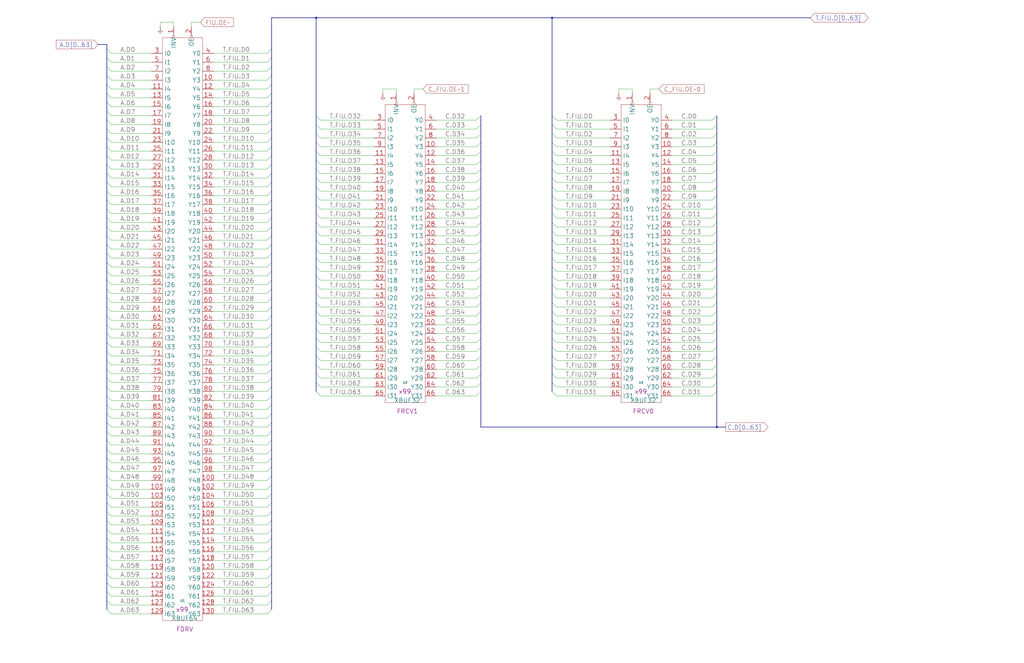
<source format=kicad_sch>
(kicad_sch (version 20230121) (generator eeschema)
  (paper "User" 584.2 378.46)
  (title_block (title "FIU DRIVER AND RECEIVER") (date "15-MAR-90") (rev "1.0") (comment 1 "TYPE") (comment 2 "232-003062") (comment 3 "S400") (comment 4 "RELEASED"))
  (junction (at 408.94 243.84))
  (junction (at 180.34 10.16))
  (junction (at 314.96 10.16))
  (bus_entry (at 274.32 116.84) (size -2.54 2.54))
  (bus_entry (at 180.34 142.24) (size 2.54 2.54))
  (bus_entry (at 154.94 180.34) (size -2.54 2.54))
  (bus_entry (at 408.94 208.28) (size -2.54 2.54))
  (bus_entry (at 60.96 302.26) (size 2.54 2.54))
  (bus_entry (at 314.96 76.2) (size 2.54 2.54))
  (bus_entry (at 154.94 109.22) (size -2.54 2.54))
  (bus_entry (at 180.34 127) (size 2.54 2.54))
  (bus_entry (at 60.96 200.66) (size 2.54 2.54))
  (bus_entry (at 314.96 223.52) (size 2.54 2.54))
  (bus_entry (at 274.32 76.2) (size -2.54 2.54))
  (bus_entry (at 408.94 162.56) (size -2.54 2.54))
  (bus_entry (at 180.34 223.52) (size 2.54 2.54))
  (bus_entry (at 154.94 347.98) (size -2.54 2.54))
  (bus_entry (at 274.32 198.12) (size -2.54 2.54))
  (bus_entry (at 314.96 187.96) (size 2.54 2.54))
  (bus_entry (at 180.34 96.52) (size 2.54 2.54))
  (bus_entry (at 408.94 187.96) (size -2.54 2.54))
  (bus_entry (at 60.96 312.42) (size 2.54 2.54))
  (bus_entry (at 154.94 27.94) (size -2.54 2.54))
  (bus_entry (at 408.94 111.76) (size -2.54 2.54))
  (bus_entry (at 60.96 129.54) (size 2.54 2.54))
  (bus_entry (at 180.34 121.92) (size 2.54 2.54))
  (bus_entry (at 274.32 111.76) (size -2.54 2.54))
  (bus_entry (at 154.94 332.74) (size -2.54 2.54))
  (bus_entry (at 60.96 261.62) (size 2.54 2.54))
  (bus_entry (at 314.96 147.32) (size 2.54 2.54))
  (bus_entry (at 314.96 91.44) (size 2.54 2.54))
  (bus_entry (at 180.34 71.12) (size 2.54 2.54))
  (bus_entry (at 154.94 281.94) (size -2.54 2.54))
  (bus_entry (at 408.94 218.44) (size -2.54 2.54))
  (bus_entry (at 154.94 48.26) (size -2.54 2.54))
  (bus_entry (at 60.96 53.34) (size 2.54 2.54))
  (bus_entry (at 60.96 195.58) (size 2.54 2.54))
  (bus_entry (at 314.96 101.6) (size 2.54 2.54))
  (bus_entry (at 314.96 208.28) (size 2.54 2.54))
  (bus_entry (at 154.94 160.02) (size -2.54 2.54))
  (bus_entry (at 154.94 205.74) (size -2.54 2.54))
  (bus_entry (at 154.94 33.02) (size -2.54 2.54))
  (bus_entry (at 154.94 302.26) (size -2.54 2.54))
  (bus_entry (at 274.32 213.36) (size -2.54 2.54))
  (bus_entry (at 180.34 116.84) (size 2.54 2.54))
  (bus_entry (at 408.94 182.88) (size -2.54 2.54))
  (bus_entry (at 408.94 81.28) (size -2.54 2.54))
  (bus_entry (at 274.32 208.28) (size -2.54 2.54))
  (bus_entry (at 154.94 73.66) (size -2.54 2.54))
  (bus_entry (at 60.96 266.7) (size 2.54 2.54))
  (bus_entry (at 314.96 203.2) (size 2.54 2.54))
  (bus_entry (at 154.94 83.82) (size -2.54 2.54))
  (bus_entry (at 314.96 106.68) (size 2.54 2.54))
  (bus_entry (at 408.94 106.68) (size -2.54 2.54))
  (bus_entry (at 60.96 119.38) (size 2.54 2.54))
  (bus_entry (at 314.96 71.12) (size 2.54 2.54))
  (bus_entry (at 60.96 317.5) (size 2.54 2.54))
  (bus_entry (at 154.94 114.3) (size -2.54 2.54))
  (bus_entry (at 154.94 129.54) (size -2.54 2.54))
  (bus_entry (at 154.94 251.46) (size -2.54 2.54))
  (bus_entry (at 60.96 114.3) (size 2.54 2.54))
  (bus_entry (at 60.96 58.42) (size 2.54 2.54))
  (bus_entry (at 274.32 147.32) (size -2.54 2.54))
  (bus_entry (at 60.96 38.1) (size 2.54 2.54))
  (bus_entry (at 60.96 27.94) (size 2.54 2.54))
  (bus_entry (at 180.34 162.56) (size 2.54 2.54))
  (bus_entry (at 180.34 76.2) (size 2.54 2.54))
  (bus_entry (at 180.34 86.36) (size 2.54 2.54))
  (bus_entry (at 154.94 134.62) (size -2.54 2.54))
  (bus_entry (at 274.32 86.36) (size -2.54 2.54))
  (bus_entry (at 180.34 208.28) (size 2.54 2.54))
  (bus_entry (at 154.94 220.98) (size -2.54 2.54))
  (bus_entry (at 154.94 154.94) (size -2.54 2.54))
  (bus_entry (at 60.96 68.58) (size 2.54 2.54))
  (bus_entry (at 154.94 165.1) (size -2.54 2.54))
  (bus_entry (at 274.32 172.72) (size -2.54 2.54))
  (bus_entry (at 154.94 231.14) (size -2.54 2.54))
  (bus_entry (at 154.94 342.9) (size -2.54 2.54))
  (bus_entry (at 154.94 200.66) (size -2.54 2.54))
  (bus_entry (at 408.94 71.12) (size -2.54 2.54))
  (bus_entry (at 180.34 91.44) (size 2.54 2.54))
  (bus_entry (at 154.94 63.5) (size -2.54 2.54))
  (bus_entry (at 314.96 142.24) (size 2.54 2.54))
  (bus_entry (at 154.94 276.86) (size -2.54 2.54))
  (bus_entry (at 274.32 157.48) (size -2.54 2.54))
  (bus_entry (at 274.32 223.52) (size -2.54 2.54))
  (bus_entry (at 60.96 332.74) (size 2.54 2.54))
  (bus_entry (at 154.94 190.5) (size -2.54 2.54))
  (bus_entry (at 60.96 78.74) (size 2.54 2.54))
  (bus_entry (at 274.32 106.68) (size -2.54 2.54))
  (bus_entry (at 60.96 175.26) (size 2.54 2.54))
  (bus_entry (at 274.32 167.64) (size -2.54 2.54))
  (bus_entry (at 60.96 347.98) (size 2.54 2.54))
  (bus_entry (at 154.94 88.9) (size -2.54 2.54))
  (bus_entry (at 314.96 86.36) (size 2.54 2.54))
  (bus_entry (at 274.32 91.44) (size -2.54 2.54))
  (bus_entry (at 60.96 276.86) (size 2.54 2.54))
  (bus_entry (at 408.94 152.4) (size -2.54 2.54))
  (bus_entry (at 180.34 218.44) (size 2.54 2.54))
  (bus_entry (at 60.96 287.02) (size 2.54 2.54))
  (bus_entry (at 60.96 271.78) (size 2.54 2.54))
  (bus_entry (at 60.96 241.3) (size 2.54 2.54))
  (bus_entry (at 60.96 170.18) (size 2.54 2.54))
  (bus_entry (at 60.96 190.5) (size 2.54 2.54))
  (bus_entry (at 154.94 38.1) (size -2.54 2.54))
  (bus_entry (at 154.94 149.86) (size -2.54 2.54))
  (bus_entry (at 408.94 127) (size -2.54 2.54))
  (bus_entry (at 60.96 88.9) (size 2.54 2.54))
  (bus_entry (at 314.96 81.28) (size 2.54 2.54))
  (bus_entry (at 274.32 121.92) (size -2.54 2.54))
  (bus_entry (at 180.34 147.32) (size 2.54 2.54))
  (bus_entry (at 60.96 246.38) (size 2.54 2.54))
  (bus_entry (at 60.96 63.5) (size 2.54 2.54))
  (bus_entry (at 408.94 76.2) (size -2.54 2.54))
  (bus_entry (at 154.94 246.38) (size -2.54 2.54))
  (bus_entry (at 154.94 271.78) (size -2.54 2.54))
  (bus_entry (at 274.32 101.6) (size -2.54 2.54))
  (bus_entry (at 314.96 218.44) (size 2.54 2.54))
  (bus_entry (at 60.96 93.98) (size 2.54 2.54))
  (bus_entry (at 154.94 139.7) (size -2.54 2.54))
  (bus_entry (at 314.96 162.56) (size 2.54 2.54))
  (bus_entry (at 408.94 177.8) (size -2.54 2.54))
  (bus_entry (at 60.96 322.58) (size 2.54 2.54))
  (bus_entry (at 180.34 193.04) (size 2.54 2.54))
  (bus_entry (at 154.94 322.58) (size -2.54 2.54))
  (bus_entry (at 408.94 86.36) (size -2.54 2.54))
  (bus_entry (at 180.34 198.12) (size 2.54 2.54))
  (bus_entry (at 408.94 91.44) (size -2.54 2.54))
  (bus_entry (at 154.94 104.14) (size -2.54 2.54))
  (bus_entry (at 60.96 231.14) (size 2.54 2.54))
  (bus_entry (at 408.94 137.16) (size -2.54 2.54))
  (bus_entry (at 274.32 187.96) (size -2.54 2.54))
  (bus_entry (at 60.96 43.18) (size 2.54 2.54))
  (bus_entry (at 60.96 73.66) (size 2.54 2.54))
  (bus_entry (at 60.96 144.78) (size 2.54 2.54))
  (bus_entry (at 60.96 104.14) (size 2.54 2.54))
  (bus_entry (at 154.94 287.02) (size -2.54 2.54))
  (bus_entry (at 154.94 236.22) (size -2.54 2.54))
  (bus_entry (at 180.34 132.08) (size 2.54 2.54))
  (bus_entry (at 274.32 152.4) (size -2.54 2.54))
  (bus_entry (at 314.96 152.4) (size 2.54 2.54))
  (bus_entry (at 180.34 213.36) (size 2.54 2.54))
  (bus_entry (at 154.94 93.98) (size -2.54 2.54))
  (bus_entry (at 314.96 137.16) (size 2.54 2.54))
  (bus_entry (at 154.94 170.18) (size -2.54 2.54))
  (bus_entry (at 154.94 266.7) (size -2.54 2.54))
  (bus_entry (at 314.96 96.52) (size 2.54 2.54))
  (bus_entry (at 60.96 215.9) (size 2.54 2.54))
  (bus_entry (at 60.96 33.02) (size 2.54 2.54))
  (bus_entry (at 274.32 218.44) (size -2.54 2.54))
  (bus_entry (at 408.94 172.72) (size -2.54 2.54))
  (bus_entry (at 408.94 116.84) (size -2.54 2.54))
  (bus_entry (at 274.32 81.28) (size -2.54 2.54))
  (bus_entry (at 154.94 195.58) (size -2.54 2.54))
  (bus_entry (at 154.94 292.1) (size -2.54 2.54))
  (bus_entry (at 314.96 182.88) (size 2.54 2.54))
  (bus_entry (at 60.96 297.18) (size 2.54 2.54))
  (bus_entry (at 60.96 124.46) (size 2.54 2.54))
  (bus_entry (at 408.94 167.64) (size -2.54 2.54))
  (bus_entry (at 60.96 342.9) (size 2.54 2.54))
  (bus_entry (at 314.96 157.48) (size 2.54 2.54))
  (bus_entry (at 180.34 111.76) (size 2.54 2.54))
  (bus_entry (at 180.34 157.48) (size 2.54 2.54))
  (bus_entry (at 154.94 327.66) (size -2.54 2.54))
  (bus_entry (at 60.96 226.06) (size 2.54 2.54))
  (bus_entry (at 154.94 256.54) (size -2.54 2.54))
  (bus_entry (at 154.94 68.58) (size -2.54 2.54))
  (bus_entry (at 274.32 132.08) (size -2.54 2.54))
  (bus_entry (at 408.94 96.52) (size -2.54 2.54))
  (bus_entry (at 314.96 193.04) (size 2.54 2.54))
  (bus_entry (at 180.34 182.88) (size 2.54 2.54))
  (bus_entry (at 60.96 109.22) (size 2.54 2.54))
  (bus_entry (at 274.32 162.56) (size -2.54 2.54))
  (bus_entry (at 154.94 261.62) (size -2.54 2.54))
  (bus_entry (at 154.94 185.42) (size -2.54 2.54))
  (bus_entry (at 408.94 213.36) (size -2.54 2.54))
  (bus_entry (at 60.96 327.66) (size 2.54 2.54))
  (bus_entry (at 408.94 66.04) (size -2.54 2.54))
  (bus_entry (at 314.96 66.04) (size 2.54 2.54))
  (bus_entry (at 60.96 220.98) (size 2.54 2.54))
  (bus_entry (at 60.96 134.62) (size 2.54 2.54))
  (bus_entry (at 274.32 137.16) (size -2.54 2.54))
  (bus_entry (at 408.94 101.6) (size -2.54 2.54))
  (bus_entry (at 154.94 307.34) (size -2.54 2.54))
  (bus_entry (at 60.96 165.1) (size 2.54 2.54))
  (bus_entry (at 60.96 307.34) (size 2.54 2.54))
  (bus_entry (at 408.94 193.04) (size -2.54 2.54))
  (bus_entry (at 180.34 81.28) (size 2.54 2.54))
  (bus_entry (at 274.32 177.8) (size -2.54 2.54))
  (bus_entry (at 180.34 106.68) (size 2.54 2.54))
  (bus_entry (at 60.96 180.34) (size 2.54 2.54))
  (bus_entry (at 154.94 78.74) (size -2.54 2.54))
  (bus_entry (at 274.32 203.2) (size -2.54 2.54))
  (bus_entry (at 154.94 241.3) (size -2.54 2.54))
  (bus_entry (at 60.96 139.7) (size 2.54 2.54))
  (bus_entry (at 408.94 132.08) (size -2.54 2.54))
  (bus_entry (at 408.94 157.48) (size -2.54 2.54))
  (bus_entry (at 60.96 210.82) (size 2.54 2.54))
  (bus_entry (at 408.94 142.24) (size -2.54 2.54))
  (bus_entry (at 408.94 121.92) (size -2.54 2.54))
  (bus_entry (at 180.34 167.64) (size 2.54 2.54))
  (bus_entry (at 180.34 203.2) (size 2.54 2.54))
  (bus_entry (at 314.96 177.8) (size 2.54 2.54))
  (bus_entry (at 274.32 182.88) (size -2.54 2.54))
  (bus_entry (at 154.94 119.38) (size -2.54 2.54))
  (bus_entry (at 154.94 124.46) (size -2.54 2.54))
  (bus_entry (at 154.94 312.42) (size -2.54 2.54))
  (bus_entry (at 274.32 127) (size -2.54 2.54))
  (bus_entry (at 314.96 213.36) (size 2.54 2.54))
  (bus_entry (at 274.32 193.04) (size -2.54 2.54))
  (bus_entry (at 274.32 66.04) (size -2.54 2.54))
  (bus_entry (at 154.94 175.26) (size -2.54 2.54))
  (bus_entry (at 60.96 48.26) (size 2.54 2.54))
  (bus_entry (at 408.94 198.12) (size -2.54 2.54))
  (bus_entry (at 180.34 66.04) (size 2.54 2.54))
  (bus_entry (at 60.96 154.94) (size 2.54 2.54))
  (bus_entry (at 154.94 210.82) (size -2.54 2.54))
  (bus_entry (at 154.94 297.18) (size -2.54 2.54))
  (bus_entry (at 154.94 337.82) (size -2.54 2.54))
  (bus_entry (at 60.96 251.46) (size 2.54 2.54))
  (bus_entry (at 154.94 226.06) (size -2.54 2.54))
  (bus_entry (at 154.94 215.9) (size -2.54 2.54))
  (bus_entry (at 60.96 160.02) (size 2.54 2.54))
  (bus_entry (at 154.94 99.06) (size -2.54 2.54))
  (bus_entry (at 180.34 152.4) (size 2.54 2.54))
  (bus_entry (at 408.94 203.2) (size -2.54 2.54))
  (bus_entry (at 60.96 292.1) (size 2.54 2.54))
  (bus_entry (at 314.96 132.08) (size 2.54 2.54))
  (bus_entry (at 314.96 167.64) (size 2.54 2.54))
  (bus_entry (at 314.96 198.12) (size 2.54 2.54))
  (bus_entry (at 154.94 144.78) (size -2.54 2.54))
  (bus_entry (at 60.96 236.22) (size 2.54 2.54))
  (bus_entry (at 180.34 137.16) (size 2.54 2.54))
  (bus_entry (at 60.96 281.94) (size 2.54 2.54))
  (bus_entry (at 60.96 185.42) (size 2.54 2.54))
  (bus_entry (at 154.94 58.42) (size -2.54 2.54))
  (bus_entry (at 408.94 147.32) (size -2.54 2.54))
  (bus_entry (at 314.96 172.72) (size 2.54 2.54))
  (bus_entry (at 180.34 187.96) (size 2.54 2.54))
  (bus_entry (at 154.94 43.18) (size -2.54 2.54))
  (bus_entry (at 180.34 177.8) (size 2.54 2.54))
  (bus_entry (at 60.96 205.74) (size 2.54 2.54))
  (bus_entry (at 60.96 149.86) (size 2.54 2.54))
  (bus_entry (at 274.32 96.52) (size -2.54 2.54))
  (bus_entry (at 60.96 256.54) (size 2.54 2.54))
  (bus_entry (at 154.94 317.5) (size -2.54 2.54))
  (bus_entry (at 408.94 223.52) (size -2.54 2.54))
  (bus_entry (at 314.96 121.92) (size 2.54 2.54))
  (bus_entry (at 180.34 172.72) (size 2.54 2.54))
  (bus_entry (at 60.96 83.82) (size 2.54 2.54))
  (bus_entry (at 60.96 99.06) (size 2.54 2.54))
  (bus_entry (at 274.32 142.24) (size -2.54 2.54))
  (bus_entry (at 314.96 127) (size 2.54 2.54))
  (bus_entry (at 154.94 53.34) (size -2.54 2.54))
  (bus_entry (at 180.34 101.6) (size 2.54 2.54))
  (bus_entry (at 60.96 337.82) (size 2.54 2.54))
  (bus_entry (at 314.96 111.76) (size 2.54 2.54))
  (bus_entry (at 274.32 71.12) (size -2.54 2.54))
  (bus_entry (at 314.96 116.84) (size 2.54 2.54))
  (wire (pts (xy 152.4 193.04) (xy 121.92 193.04)))
  (wire (pts (xy 248.92 83.82) (xy 271.78 83.82)))
  (wire (pts (xy 226.06 50.8) (xy 226.06 53.34)))
  (wire (pts (xy 152.4 309.88) (xy 121.92 309.88)))
  (bus (pts (xy 314.96 142.24) (xy 314.96 147.32)))
  (bus (pts (xy 60.96 88.9) (xy 60.96 93.98)))
  (wire (pts (xy 317.5 88.9) (xy 347.98 88.9)))
  (bus (pts (xy 60.96 322.58) (xy 60.96 327.66)))
  (wire (pts (xy 86.36 81.28) (xy 63.5 81.28)))
  (bus (pts (xy 154.94 327.66) (xy 154.94 332.74)))
  (wire (pts (xy 383.54 154.94) (xy 406.4 154.94)))
  (wire (pts (xy 248.92 68.58) (xy 271.78 68.58)))
  (wire (pts (xy 383.54 175.26) (xy 406.4 175.26)))
  (bus (pts (xy 408.94 96.52) (xy 408.94 101.6)))
  (wire (pts (xy 152.4 81.28) (xy 121.92 81.28)))
  (wire (pts (xy 99.06 12.7) (xy 99.06 15.24)))
  (bus (pts (xy 180.34 218.44) (xy 180.34 223.52)))
  (wire (pts (xy 86.36 269.24) (xy 63.5 269.24)))
  (bus (pts (xy 60.96 302.26) (xy 60.96 307.34)))
  (wire (pts (xy 152.4 116.84) (xy 121.92 116.84)))
  (bus (pts (xy 154.94 104.14) (xy 154.94 109.22)))
  (wire (pts (xy 248.92 170.18) (xy 271.78 170.18)))
  (bus (pts (xy 180.34 91.44) (xy 180.34 96.52)))
  (wire (pts (xy 182.88 93.98) (xy 213.36 93.98)))
  (bus (pts (xy 154.94 63.5) (xy 154.94 68.58)))
  (wire (pts (xy 86.36 314.96) (xy 63.5 314.96)))
  (bus (pts (xy 60.96 276.86) (xy 60.96 281.94)))
  (wire (pts (xy 86.36 177.8) (xy 63.5 177.8)))
  (wire (pts (xy 152.4 269.24) (xy 121.92 269.24)))
  (bus (pts (xy 60.96 63.5) (xy 60.96 68.58)))
  (wire (pts (xy 383.54 195.58) (xy 406.4 195.58)))
  (bus (pts (xy 60.96 226.06) (xy 60.96 231.14)))
  (bus (pts (xy 180.34 81.28) (xy 180.34 86.36)))
  (bus (pts (xy 180.34 172.72) (xy 180.34 177.8)))
  (bus (pts (xy 408.94 172.72) (xy 408.94 177.8)))
  (bus (pts (xy 60.96 25.4) (xy 60.96 27.94)))
  (bus (pts (xy 274.32 193.04) (xy 274.32 198.12)))
  (bus (pts (xy 180.34 208.28) (xy 180.34 213.36)))
  (wire (pts (xy 317.5 205.74) (xy 347.98 205.74)))
  (bus (pts (xy 314.96 86.36) (xy 314.96 91.44)))
  (wire (pts (xy 86.36 264.16) (xy 63.5 264.16)))
  (wire (pts (xy 86.36 320.04) (xy 63.5 320.04)))
  (bus (pts (xy 274.32 96.52) (xy 274.32 101.6)))
  (wire (pts (xy 86.36 60.96) (xy 63.5 60.96)))
  (wire (pts (xy 248.92 129.54) (xy 271.78 129.54)))
  (wire (pts (xy 182.88 180.34) (xy 213.36 180.34)))
  (bus (pts (xy 180.34 182.88) (xy 180.34 187.96)))
  (bus (pts (xy 154.94 160.02) (xy 154.94 165.1)))
  (bus (pts (xy 408.94 223.52) (xy 408.94 243.84)))
  (bus (pts (xy 314.96 81.28) (xy 314.96 86.36)))
  (bus (pts (xy 180.34 162.56) (xy 180.34 167.64)))
  (wire (pts (xy 182.88 210.82) (xy 213.36 210.82)))
  (bus (pts (xy 180.34 167.64) (xy 180.34 172.72)))
  (wire (pts (xy 317.5 160.02) (xy 347.98 160.02)))
  (wire (pts (xy 152.4 330.2) (xy 121.92 330.2)))
  (wire (pts (xy 152.4 127) (xy 121.92 127)))
  (bus (pts (xy 60.96 114.3) (xy 60.96 119.38)))
  (bus (pts (xy 60.96 231.14) (xy 60.96 236.22)))
  (wire (pts (xy 317.5 119.38) (xy 347.98 119.38)))
  (bus (pts (xy 408.94 167.64) (xy 408.94 172.72)))
  (wire (pts (xy 182.88 215.9) (xy 213.36 215.9)))
  (wire (pts (xy 383.54 78.74) (xy 406.4 78.74)))
  (bus (pts (xy 154.94 114.3) (xy 154.94 119.38)))
  (bus (pts (xy 314.96 132.08) (xy 314.96 137.16)))
  (bus (pts (xy 274.32 152.4) (xy 274.32 157.48)))
  (wire (pts (xy 317.5 73.66) (xy 347.98 73.66)))
  (wire (pts (xy 182.88 175.26) (xy 213.36 175.26)))
  (wire (pts (xy 317.5 124.46) (xy 347.98 124.46)))
  (wire (pts (xy 383.54 190.5) (xy 406.4 190.5)))
  (wire (pts (xy 152.4 254) (xy 121.92 254)))
  (bus (pts (xy 154.94 10.16) (xy 180.34 10.16)))
  (bus (pts (xy 274.32 162.56) (xy 274.32 167.64)))
  (wire (pts (xy 317.5 83.82) (xy 347.98 83.82)))
  (wire (pts (xy 383.54 170.18) (xy 406.4 170.18)))
  (bus (pts (xy 60.96 170.18) (xy 60.96 175.26)))
  (wire (pts (xy 152.4 284.48) (xy 121.92 284.48)))
  (wire (pts (xy 152.4 345.44) (xy 121.92 345.44)))
  (bus (pts (xy 180.34 66.04) (xy 180.34 71.12)))
  (bus (pts (xy 274.32 71.12) (xy 274.32 76.2)))
  (wire (pts (xy 86.36 279.4) (xy 63.5 279.4)))
  (wire (pts (xy 248.92 73.66) (xy 271.78 73.66)))
  (bus (pts (xy 274.32 172.72) (xy 274.32 177.8)))
  (wire (pts (xy 152.4 259.08) (xy 121.92 259.08)))
  (wire (pts (xy 86.36 111.76) (xy 63.5 111.76)))
  (bus (pts (xy 60.96 297.18) (xy 60.96 302.26)))
  (wire (pts (xy 182.88 68.58) (xy 213.36 68.58)))
  (bus (pts (xy 154.94 220.98) (xy 154.94 226.06)))
  (wire (pts (xy 152.4 264.16) (xy 121.92 264.16)))
  (bus (pts (xy 180.34 137.16) (xy 180.34 142.24)))
  (bus (pts (xy 274.32 76.2) (xy 274.32 81.28)))
  (wire (pts (xy 383.54 109.22) (xy 406.4 109.22)))
  (wire (pts (xy 152.4 208.28) (xy 121.92 208.28)))
  (wire (pts (xy 152.4 50.8) (xy 121.92 50.8)))
  (bus (pts (xy 274.32 167.64) (xy 274.32 172.72)))
  (wire (pts (xy 317.5 104.14) (xy 347.98 104.14)))
  (wire (pts (xy 86.36 86.36) (xy 63.5 86.36)))
  (bus (pts (xy 314.96 218.44) (xy 314.96 223.52)))
  (wire (pts (xy 383.54 210.82) (xy 406.4 210.82)))
  (wire (pts (xy 248.92 88.9) (xy 271.78 88.9)))
  (bus (pts (xy 60.96 27.94) (xy 60.96 33.02)))
  (wire (pts (xy 86.36 182.88) (xy 63.5 182.88)))
  (bus (pts (xy 408.94 137.16) (xy 408.94 142.24)))
  (wire (pts (xy 86.36 101.6) (xy 63.5 101.6)))
  (wire (pts (xy 86.36 299.72) (xy 63.5 299.72)))
  (wire (pts (xy 383.54 144.78) (xy 406.4 144.78)))
  (wire (pts (xy 317.5 190.5) (xy 347.98 190.5)))
  (bus (pts (xy 274.32 182.88) (xy 274.32 187.96)))
  (bus (pts (xy 154.94 241.3) (xy 154.94 246.38)))
  (wire (pts (xy 86.36 213.36) (xy 63.5 213.36)))
  (bus (pts (xy 274.32 187.96) (xy 274.32 193.04)))
  (bus (pts (xy 154.94 53.34) (xy 154.94 58.42)))
  (bus (pts (xy 408.94 132.08) (xy 408.94 137.16)))
  (wire (pts (xy 353.06 53.34) (xy 353.06 50.8)))
  (wire (pts (xy 182.88 160.02) (xy 213.36 160.02)))
  (wire (pts (xy 383.54 205.74) (xy 406.4 205.74)))
  (wire (pts (xy 91.44 15.24) (xy 91.44 12.7)))
  (wire (pts (xy 218.44 53.34) (xy 218.44 50.8)))
  (wire (pts (xy 317.5 180.34) (xy 347.98 180.34)))
  (bus (pts (xy 274.32 121.92) (xy 274.32 127)))
  (bus (pts (xy 60.96 251.46) (xy 60.96 256.54)))
  (wire (pts (xy 317.5 68.58) (xy 347.98 68.58)))
  (bus (pts (xy 180.34 177.8) (xy 180.34 182.88)))
  (bus (pts (xy 180.34 198.12) (xy 180.34 203.2)))
  (bus (pts (xy 154.94 109.22) (xy 154.94 114.3)))
  (wire (pts (xy 86.36 76.2) (xy 63.5 76.2)))
  (bus (pts (xy 154.94 48.26) (xy 154.94 53.34)))
  (bus (pts (xy 408.94 127) (xy 408.94 132.08)))
  (bus (pts (xy 60.96 165.1) (xy 60.96 170.18)))
  (bus (pts (xy 60.96 256.54) (xy 60.96 261.62)))
  (wire (pts (xy 152.4 320.04) (xy 121.92 320.04)))
  (wire (pts (xy 86.36 203.2) (xy 63.5 203.2)))
  (bus (pts (xy 180.34 10.16) (xy 180.34 66.04)))
  (bus (pts (xy 60.96 281.94) (xy 60.96 287.02)))
  (wire (pts (xy 152.4 299.72) (xy 121.92 299.72)))
  (wire (pts (xy 383.54 165.1) (xy 406.4 165.1)))
  (wire (pts (xy 86.36 96.52) (xy 63.5 96.52)))
  (bus (pts (xy 60.96 215.9) (xy 60.96 220.98)))
  (bus (pts (xy 60.96 337.82) (xy 60.96 342.9)))
  (wire (pts (xy 91.44 12.7) (xy 99.06 12.7)))
  (bus (pts (xy 60.96 83.82) (xy 60.96 88.9)))
  (bus (pts (xy 60.96 134.62) (xy 60.96 139.7)))
  (wire (pts (xy 152.4 340.36) (xy 121.92 340.36)))
  (wire (pts (xy 383.54 73.66) (xy 406.4 73.66)))
  (wire (pts (xy 152.4 121.92) (xy 121.92 121.92)))
  (wire (pts (xy 86.36 167.64) (xy 63.5 167.64)))
  (wire (pts (xy 248.92 175.26) (xy 271.78 175.26)))
  (bus (pts (xy 274.32 177.8) (xy 274.32 182.88)))
  (bus (pts (xy 274.32 147.32) (xy 274.32 152.4)))
  (wire (pts (xy 152.4 203.2) (xy 121.92 203.2)))
  (bus (pts (xy 154.94 251.46) (xy 154.94 256.54)))
  (wire (pts (xy 248.92 93.98) (xy 271.78 93.98)))
  (bus (pts (xy 154.94 195.58) (xy 154.94 200.66)))
  (bus (pts (xy 180.34 96.52) (xy 180.34 101.6)))
  (wire (pts (xy 152.4 248.92) (xy 121.92 248.92)))
  (bus (pts (xy 314.96 182.88) (xy 314.96 187.96)))
  (bus (pts (xy 314.96 106.68) (xy 314.96 111.76)))
  (bus (pts (xy 154.94 99.06) (xy 154.94 104.14)))
  (bus (pts (xy 60.96 99.06) (xy 60.96 104.14)))
  (wire (pts (xy 152.4 147.32) (xy 121.92 147.32)))
  (wire (pts (xy 248.92 99.06) (xy 271.78 99.06)))
  (wire (pts (xy 86.36 152.4) (xy 63.5 152.4)))
  (wire (pts (xy 248.92 124.46) (xy 271.78 124.46)))
  (wire (pts (xy 383.54 83.82) (xy 406.4 83.82)))
  (bus (pts (xy 408.94 121.92) (xy 408.94 127)))
  (wire (pts (xy 86.36 55.88) (xy 63.5 55.88)))
  (wire (pts (xy 317.5 109.22) (xy 347.98 109.22)))
  (bus (pts (xy 408.94 86.36) (xy 408.94 91.44)))
  (bus (pts (xy 180.34 193.04) (xy 180.34 198.12)))
  (bus (pts (xy 314.96 147.32) (xy 314.96 152.4)))
  (bus (pts (xy 60.96 48.26) (xy 60.96 53.34)))
  (bus (pts (xy 154.94 261.62) (xy 154.94 266.7)))
  (wire (pts (xy 152.4 294.64) (xy 121.92 294.64)))
  (bus (pts (xy 60.96 266.7) (xy 60.96 271.78)))
  (bus (pts (xy 180.34 147.32) (xy 180.34 152.4)))
  (wire (pts (xy 383.54 124.46) (xy 406.4 124.46)))
  (bus (pts (xy 60.96 144.78) (xy 60.96 149.86)))
  (bus (pts (xy 60.96 78.74) (xy 60.96 83.82)))
  (wire (pts (xy 317.5 78.74) (xy 347.98 78.74)))
  (wire (pts (xy 248.92 144.78) (xy 271.78 144.78)))
  (wire (pts (xy 248.92 226.06) (xy 271.78 226.06)))
  (bus (pts (xy 60.96 53.34) (xy 60.96 58.42)))
  (bus (pts (xy 314.96 213.36) (xy 314.96 218.44)))
  (bus (pts (xy 408.94 162.56) (xy 408.94 167.64)))
  (bus (pts (xy 154.94 332.74) (xy 154.94 337.82)))
  (wire (pts (xy 383.54 134.62) (xy 406.4 134.62)))
  (bus (pts (xy 274.32 132.08) (xy 274.32 137.16)))
  (wire (pts (xy 317.5 175.26) (xy 347.98 175.26)))
  (bus (pts (xy 154.94 205.74) (xy 154.94 210.82)))
  (wire (pts (xy 86.36 106.68) (xy 63.5 106.68)))
  (bus (pts (xy 60.96 200.66) (xy 60.96 205.74)))
  (bus (pts (xy 314.96 121.92) (xy 314.96 127)))
  (wire (pts (xy 86.36 71.12) (xy 63.5 71.12)))
  (bus (pts (xy 154.94 322.58) (xy 154.94 327.66)))
  (wire (pts (xy 152.4 350.52) (xy 121.92 350.52)))
  (bus (pts (xy 180.34 121.92) (xy 180.34 127)))
  (wire (pts (xy 182.88 114.3) (xy 213.36 114.3)))
  (wire (pts (xy 317.5 149.86) (xy 347.98 149.86)))
  (bus (pts (xy 60.96 190.5) (xy 60.96 195.58)))
  (wire (pts (xy 182.88 165.1) (xy 213.36 165.1)))
  (bus (pts (xy 60.96 73.66) (xy 60.96 78.74)))
  (bus (pts (xy 314.96 71.12) (xy 314.96 76.2)))
  (wire (pts (xy 248.92 139.7) (xy 271.78 139.7)))
  (wire (pts (xy 317.5 185.42) (xy 347.98 185.42)))
  (wire (pts (xy 86.36 335.28) (xy 63.5 335.28)))
  (wire (pts (xy 152.4 304.8) (xy 121.92 304.8)))
  (bus (pts (xy 60.96 154.94) (xy 60.96 160.02)))
  (wire (pts (xy 248.92 210.82) (xy 271.78 210.82)))
  (bus (pts (xy 154.94 27.94) (xy 154.94 33.02)))
  (bus (pts (xy 154.94 78.74) (xy 154.94 83.82)))
  (wire (pts (xy 248.92 195.58) (xy 271.78 195.58)))
  (wire (pts (xy 248.92 134.62) (xy 271.78 134.62)))
  (bus (pts (xy 180.34 86.36) (xy 180.34 91.44)))
  (wire (pts (xy 152.4 243.84) (xy 121.92 243.84)))
  (bus (pts (xy 154.94 68.58) (xy 154.94 73.66)))
  (wire (pts (xy 248.92 220.98) (xy 271.78 220.98)))
  (wire (pts (xy 317.5 215.9) (xy 347.98 215.9)))
  (bus (pts (xy 408.94 147.32) (xy 408.94 152.4)))
  (bus (pts (xy 180.34 152.4) (xy 180.34 157.48)))
  (bus (pts (xy 314.96 10.16) (xy 314.96 66.04)))
  (bus (pts (xy 314.96 157.48) (xy 314.96 162.56)))
  (wire (pts (xy 86.36 40.64) (xy 63.5 40.64)))
  (bus (pts (xy 60.96 119.38) (xy 60.96 124.46)))
  (bus (pts (xy 60.96 58.42) (xy 60.96 63.5)))
  (wire (pts (xy 152.4 132.08) (xy 121.92 132.08)))
  (bus (pts (xy 154.94 180.34) (xy 154.94 185.42)))
  (bus (pts (xy 60.96 271.78) (xy 60.96 276.86)))
  (bus (pts (xy 154.94 266.7) (xy 154.94 271.78)))
  (bus (pts (xy 154.94 302.26) (xy 154.94 307.34)))
  (wire (pts (xy 152.4 218.44) (xy 121.92 218.44)))
  (wire (pts (xy 86.36 50.8) (xy 63.5 50.8)))
  (wire (pts (xy 182.88 73.66) (xy 213.36 73.66)))
  (wire (pts (xy 86.36 30.48) (xy 63.5 30.48)))
  (bus (pts (xy 154.94 124.46) (xy 154.94 129.54)))
  (wire (pts (xy 182.88 139.7) (xy 213.36 139.7)))
  (wire (pts (xy 182.88 129.54) (xy 213.36 129.54)))
  (bus (pts (xy 408.94 116.84) (xy 408.94 121.92)))
  (bus (pts (xy 60.96 261.62) (xy 60.96 266.7)))
  (wire (pts (xy 248.92 119.38) (xy 271.78 119.38)))
  (bus (pts (xy 60.96 195.58) (xy 60.96 200.66)))
  (wire (pts (xy 383.54 220.98) (xy 406.4 220.98)))
  (bus (pts (xy 274.32 142.24) (xy 274.32 147.32)))
  (bus (pts (xy 60.96 307.34) (xy 60.96 312.42)))
  (wire (pts (xy 86.36 294.64) (xy 63.5 294.64)))
  (bus (pts (xy 274.32 106.68) (xy 274.32 111.76)))
  (bus (pts (xy 154.94 154.94) (xy 154.94 160.02)))
  (bus (pts (xy 408.94 193.04) (xy 408.94 198.12)))
  (wire (pts (xy 86.36 172.72) (xy 63.5 172.72)))
  (bus (pts (xy 314.96 177.8) (xy 314.96 182.88)))
  (bus (pts (xy 180.34 106.68) (xy 180.34 111.76)))
  (bus (pts (xy 154.94 256.54) (xy 154.94 261.62)))
  (bus (pts (xy 180.34 187.96) (xy 180.34 193.04)))
  (wire (pts (xy 86.36 259.08) (xy 63.5 259.08)))
  (wire (pts (xy 86.36 91.44) (xy 63.5 91.44)))
  (wire (pts (xy 152.4 167.64) (xy 121.92 167.64)))
  (bus (pts (xy 154.94 231.14) (xy 154.94 236.22)))
  (bus (pts (xy 154.94 170.18) (xy 154.94 175.26)))
  (wire (pts (xy 248.92 215.9) (xy 271.78 215.9)))
  (wire (pts (xy 86.36 325.12) (xy 63.5 325.12)))
  (bus (pts (xy 408.94 81.28) (xy 408.94 86.36)))
  (wire (pts (xy 152.4 187.96) (xy 121.92 187.96)))
  (bus (pts (xy 154.94 165.1) (xy 154.94 170.18)))
  (bus (pts (xy 60.96 104.14) (xy 60.96 109.22)))
  (bus (pts (xy 180.34 132.08) (xy 180.34 137.16)))
  (bus (pts (xy 314.96 116.84) (xy 314.96 121.92)))
  (bus (pts (xy 180.34 157.48) (xy 180.34 162.56)))
  (bus (pts (xy 274.32 86.36) (xy 274.32 91.44)))
  (wire (pts (xy 182.88 144.78) (xy 213.36 144.78)))
  (wire (pts (xy 86.36 147.32) (xy 63.5 147.32)))
  (wire (pts (xy 109.22 12.7) (xy 109.22 15.24)))
  (bus (pts (xy 408.94 213.36) (xy 408.94 218.44)))
  (wire (pts (xy 86.36 162.56) (xy 63.5 162.56)))
  (bus (pts (xy 274.32 208.28) (xy 274.32 213.36)))
  (bus (pts (xy 154.94 281.94) (xy 154.94 287.02)))
  (bus (pts (xy 180.34 10.16) (xy 314.96 10.16)))
  (bus (pts (xy 60.96 327.66) (xy 60.96 332.74)))
  (bus (pts (xy 154.94 236.22) (xy 154.94 241.3)))
  (bus (pts (xy 60.96 109.22) (xy 60.96 114.3)))
  (bus (pts (xy 180.34 203.2) (xy 180.34 208.28)))
  (wire (pts (xy 317.5 210.82) (xy 347.98 210.82)))
  (wire (pts (xy 241.3 50.8) (xy 236.22 50.8)))
  (bus (pts (xy 180.34 101.6) (xy 180.34 106.68)))
  (bus (pts (xy 154.94 119.38) (xy 154.94 124.46)))
  (bus (pts (xy 154.94 317.5) (xy 154.94 322.58)))
  (bus (pts (xy 154.94 307.34) (xy 154.94 312.42)))
  (wire (pts (xy 182.88 124.46) (xy 213.36 124.46)))
  (wire (pts (xy 383.54 185.42) (xy 406.4 185.42)))
  (bus (pts (xy 314.96 76.2) (xy 314.96 81.28)))
  (bus (pts (xy 154.94 210.82) (xy 154.94 215.9)))
  (wire (pts (xy 86.36 127) (xy 63.5 127)))
  (bus (pts (xy 60.96 292.1) (xy 60.96 297.18)))
  (wire (pts (xy 317.5 99.06) (xy 347.98 99.06)))
  (bus (pts (xy 274.32 116.84) (xy 274.32 121.92)))
  (bus (pts (xy 60.96 175.26) (xy 60.96 180.34)))
  (bus (pts (xy 314.96 66.04) (xy 314.96 71.12)))
  (wire (pts (xy 317.5 144.78) (xy 347.98 144.78)))
  (wire (pts (xy 383.54 226.06) (xy 406.4 226.06)))
  (bus (pts (xy 154.94 190.5) (xy 154.94 195.58)))
  (wire (pts (xy 182.88 195.58) (xy 213.36 195.58)))
  (wire (pts (xy 86.36 218.44) (xy 63.5 218.44)))
  (wire (pts (xy 152.4 35.56) (xy 121.92 35.56)))
  (bus (pts (xy 154.94 312.42) (xy 154.94 317.5)))
  (wire (pts (xy 152.4 40.64) (xy 121.92 40.64)))
  (wire (pts (xy 182.88 104.14) (xy 213.36 104.14)))
  (wire (pts (xy 152.4 274.32) (xy 121.92 274.32)))
  (wire (pts (xy 86.36 66.04) (xy 63.5 66.04)))
  (wire (pts (xy 152.4 55.88) (xy 121.92 55.88)))
  (wire (pts (xy 317.5 165.1) (xy 347.98 165.1)))
  (wire (pts (xy 383.54 104.14) (xy 406.4 104.14)))
  (wire (pts (xy 152.4 228.6) (xy 121.92 228.6)))
  (wire (pts (xy 86.36 238.76) (xy 63.5 238.76)))
  (bus (pts (xy 314.96 96.52) (xy 314.96 101.6)))
  (bus (pts (xy 408.94 76.2) (xy 408.94 81.28)))
  (wire (pts (xy 86.36 157.48) (xy 63.5 157.48)))
  (wire (pts (xy 152.4 45.72) (xy 121.92 45.72)))
  (bus (pts (xy 314.96 137.16) (xy 314.96 142.24)))
  (bus (pts (xy 180.34 127) (xy 180.34 132.08)))
  (bus (pts (xy 60.96 220.98) (xy 60.96 226.06)))
  (wire (pts (xy 182.88 170.18) (xy 213.36 170.18)))
  (wire (pts (xy 86.36 248.92) (xy 63.5 248.92)))
  (wire (pts (xy 383.54 99.06) (xy 406.4 99.06)))
  (bus (pts (xy 154.94 38.1) (xy 154.94 43.18)))
  (bus (pts (xy 314.96 193.04) (xy 314.96 198.12)))
  (bus (pts (xy 408.94 203.2) (xy 408.94 208.28)))
  (wire (pts (xy 383.54 180.34) (xy 406.4 180.34)))
  (wire (pts (xy 86.36 45.72) (xy 63.5 45.72)))
  (wire (pts (xy 248.92 160.02) (xy 271.78 160.02)))
  (bus (pts (xy 154.94 337.82) (xy 154.94 342.9)))
  (bus (pts (xy 60.96 93.98) (xy 60.96 99.06)))
  (wire (pts (xy 152.4 198.12) (xy 121.92 198.12)))
  (wire (pts (xy 248.92 154.94) (xy 271.78 154.94)))
  (bus (pts (xy 60.96 139.7) (xy 60.96 144.78)))
  (bus (pts (xy 154.94 129.54) (xy 154.94 134.62)))
  (wire (pts (xy 182.88 109.22) (xy 213.36 109.22)))
  (wire (pts (xy 383.54 129.54) (xy 406.4 129.54)))
  (bus (pts (xy 274.32 81.28) (xy 274.32 86.36)))
  (wire (pts (xy 152.4 238.76) (xy 121.92 238.76)))
  (wire (pts (xy 248.92 205.74) (xy 271.78 205.74)))
  (wire (pts (xy 152.4 106.68) (xy 121.92 106.68)))
  (wire (pts (xy 114.3 12.7) (xy 109.22 12.7)))
  (wire (pts (xy 86.36 284.48) (xy 63.5 284.48)))
  (bus (pts (xy 408.94 177.8) (xy 408.94 182.88)))
  (bus (pts (xy 60.96 241.3) (xy 60.96 246.38)))
  (bus (pts (xy 154.94 271.78) (xy 154.94 276.86)))
  (wire (pts (xy 182.88 99.06) (xy 213.36 99.06)))
  (wire (pts (xy 152.4 325.12) (xy 121.92 325.12)))
  (wire (pts (xy 86.36 330.2) (xy 63.5 330.2)))
  (wire (pts (xy 236.22 50.8) (xy 236.22 53.34)))
  (bus (pts (xy 154.94 276.86) (xy 154.94 281.94)))
  (bus (pts (xy 314.96 91.44) (xy 314.96 96.52)))
  (bus (pts (xy 154.94 33.02) (xy 154.94 38.1)))
  (wire (pts (xy 182.88 149.86) (xy 213.36 149.86)))
  (wire (pts (xy 152.4 289.56) (xy 121.92 289.56)))
  (bus (pts (xy 314.96 167.64) (xy 314.96 172.72)))
  (wire (pts (xy 182.88 78.74) (xy 213.36 78.74)))
  (bus (pts (xy 314.96 198.12) (xy 314.96 203.2)))
  (bus (pts (xy 408.94 106.68) (xy 408.94 111.76)))
  (wire (pts (xy 218.44 50.8) (xy 226.06 50.8)))
  (bus (pts (xy 408.94 71.12) (xy 408.94 76.2)))
  (wire (pts (xy 248.92 190.5) (xy 271.78 190.5)))
  (wire (pts (xy 182.88 205.74) (xy 213.36 205.74)))
  (wire (pts (xy 86.36 304.8) (xy 63.5 304.8)))
  (wire (pts (xy 248.92 180.34) (xy 271.78 180.34)))
  (bus (pts (xy 154.94 58.42) (xy 154.94 63.5)))
  (bus (pts (xy 180.34 71.12) (xy 180.34 76.2)))
  (wire (pts (xy 86.36 309.88) (xy 63.5 309.88)))
  (bus (pts (xy 274.32 127) (xy 274.32 132.08)))
  (bus (pts (xy 154.94 83.82) (xy 154.94 88.9)))
  (wire (pts (xy 86.36 132.08) (xy 63.5 132.08)))
  (wire (pts (xy 182.88 83.82) (xy 213.36 83.82)))
  (bus (pts (xy 274.32 198.12) (xy 274.32 203.2)))
  (bus (pts (xy 408.94 101.6) (xy 408.94 106.68)))
  (wire (pts (xy 86.36 274.32) (xy 63.5 274.32)))
  (bus (pts (xy 274.32 91.44) (xy 274.32 96.52)))
  (wire (pts (xy 152.4 96.52) (xy 121.92 96.52)))
  (wire (pts (xy 317.5 220.98) (xy 347.98 220.98)))
  (bus (pts (xy 408.94 66.04) (xy 408.94 71.12)))
  (wire (pts (xy 182.88 226.06) (xy 213.36 226.06)))
  (bus (pts (xy 60.96 317.5) (xy 60.96 322.58)))
  (wire (pts (xy 248.92 104.14) (xy 271.78 104.14)))
  (bus (pts (xy 154.94 185.42) (xy 154.94 190.5)))
  (wire (pts (xy 383.54 93.98) (xy 406.4 93.98)))
  (bus (pts (xy 314.96 172.72) (xy 314.96 177.8)))
  (wire (pts (xy 248.92 165.1) (xy 271.78 165.1)))
  (bus (pts (xy 60.96 210.82) (xy 60.96 215.9)))
  (bus (pts (xy 274.32 203.2) (xy 274.32 208.28)))
  (wire (pts (xy 152.4 137.16) (xy 121.92 137.16)))
  (bus (pts (xy 60.96 246.38) (xy 60.96 251.46)))
  (wire (pts (xy 86.36 142.24) (xy 63.5 142.24)))
  (wire (pts (xy 86.36 121.92) (xy 63.5 121.92)))
  (bus (pts (xy 60.96 287.02) (xy 60.96 292.1)))
  (bus (pts (xy 408.94 91.44) (xy 408.94 96.52)))
  (wire (pts (xy 152.4 152.4) (xy 121.92 152.4)))
  (wire (pts (xy 152.4 182.88) (xy 121.92 182.88)))
  (bus (pts (xy 60.96 236.22) (xy 60.96 241.3)))
  (wire (pts (xy 86.36 340.36) (xy 63.5 340.36)))
  (wire (pts (xy 383.54 139.7) (xy 406.4 139.7)))
  (wire (pts (xy 152.4 177.8) (xy 121.92 177.8)))
  (wire (pts (xy 86.36 345.44) (xy 63.5 345.44)))
  (wire (pts (xy 182.88 185.42) (xy 213.36 185.42)))
  (wire (pts (xy 152.4 66.04) (xy 121.92 66.04)))
  (bus (pts (xy 408.94 157.48) (xy 408.94 162.56)))
  (bus (pts (xy 408.94 218.44) (xy 408.94 223.52)))
  (wire (pts (xy 360.68 50.8) (xy 360.68 53.34)))
  (wire (pts (xy 152.4 233.68) (xy 121.92 233.68)))
  (bus (pts (xy 60.96 180.34) (xy 60.96 185.42)))
  (wire (pts (xy 152.4 314.96) (xy 121.92 314.96)))
  (bus (pts (xy 408.94 243.84) (xy 414.02 243.84)))
  (bus (pts (xy 60.96 43.18) (xy 60.96 48.26)))
  (bus (pts (xy 154.94 215.9) (xy 154.94 220.98)))
  (wire (pts (xy 152.4 71.12) (xy 121.92 71.12)))
  (wire (pts (xy 152.4 223.52) (xy 121.92 223.52)))
  (wire (pts (xy 152.4 76.2) (xy 121.92 76.2)))
  (wire (pts (xy 152.4 86.36) (xy 121.92 86.36)))
  (wire (pts (xy 248.92 109.22) (xy 271.78 109.22)))
  (bus (pts (xy 154.94 144.78) (xy 154.94 149.86)))
  (wire (pts (xy 152.4 162.56) (xy 121.92 162.56)))
  (wire (pts (xy 383.54 88.9) (xy 406.4 88.9)))
  (wire (pts (xy 317.5 200.66) (xy 347.98 200.66)))
  (wire (pts (xy 86.36 187.96) (xy 63.5 187.96)))
  (bus (pts (xy 154.94 93.98) (xy 154.94 99.06)))
  (bus (pts (xy 274.32 66.04) (xy 274.32 71.12)))
  (bus (pts (xy 408.94 152.4) (xy 408.94 157.48)))
  (wire (pts (xy 152.4 142.24) (xy 121.92 142.24)))
  (wire (pts (xy 182.88 119.38) (xy 213.36 119.38)))
  (bus (pts (xy 180.34 76.2) (xy 180.34 81.28)))
  (bus (pts (xy 154.94 175.26) (xy 154.94 180.34)))
  (wire (pts (xy 86.36 137.16) (xy 63.5 137.16)))
  (bus (pts (xy 180.34 116.84) (xy 180.34 121.92)))
  (bus (pts (xy 274.32 137.16) (xy 274.32 142.24)))
  (wire (pts (xy 86.36 228.6) (xy 63.5 228.6)))
  (bus (pts (xy 274.32 157.48) (xy 274.32 162.56)))
  (bus (pts (xy 154.94 342.9) (xy 154.94 347.98)))
  (wire (pts (xy 182.88 134.62) (xy 213.36 134.62)))
  (bus (pts (xy 314.96 101.6) (xy 314.96 106.68)))
  (bus (pts (xy 60.96 129.54) (xy 60.96 134.62)))
  (wire (pts (xy 86.36 223.52) (xy 63.5 223.52)))
  (wire (pts (xy 182.88 154.94) (xy 213.36 154.94)))
  (bus (pts (xy 154.94 139.7) (xy 154.94 144.78)))
  (wire (pts (xy 383.54 215.9) (xy 406.4 215.9)))
  (wire (pts (xy 182.88 220.98) (xy 213.36 220.98)))
  (bus (pts (xy 60.96 342.9) (xy 60.96 347.98)))
  (wire (pts (xy 86.36 289.56) (xy 63.5 289.56)))
  (wire (pts (xy 317.5 129.54) (xy 347.98 129.54)))
  (wire (pts (xy 152.4 335.28) (xy 121.92 335.28)))
  (bus (pts (xy 314.96 127) (xy 314.96 132.08)))
  (bus (pts (xy 60.96 185.42) (xy 60.96 190.5)))
  (wire (pts (xy 383.54 119.38) (xy 406.4 119.38)))
  (bus (pts (xy 154.94 297.18) (xy 154.94 302.26)))
  (bus (pts (xy 60.96 332.74) (xy 60.96 337.82)))
  (bus (pts (xy 274.32 243.84) (xy 408.94 243.84)))
  (bus (pts (xy 154.94 226.06) (xy 154.94 231.14)))
  (bus (pts (xy 274.32 101.6) (xy 274.32 106.68)))
  (wire (pts (xy 248.92 149.86) (xy 271.78 149.86)))
  (wire (pts (xy 86.36 350.52) (xy 63.5 350.52)))
  (wire (pts (xy 86.36 193.04) (xy 63.5 193.04)))
  (bus (pts (xy 408.94 208.28) (xy 408.94 213.36)))
  (bus (pts (xy 180.34 111.76) (xy 180.34 116.84)))
  (bus (pts (xy 274.32 111.76) (xy 274.32 116.84)))
  (bus (pts (xy 60.96 33.02) (xy 60.96 38.1)))
  (wire (pts (xy 317.5 134.62) (xy 347.98 134.62)))
  (wire (pts (xy 317.5 154.94) (xy 347.98 154.94)))
  (wire (pts (xy 86.36 233.68) (xy 63.5 233.68)))
  (wire (pts (xy 86.36 208.28) (xy 63.5 208.28)))
  (bus (pts (xy 180.34 142.24) (xy 180.34 147.32)))
  (wire (pts (xy 86.36 198.12) (xy 63.5 198.12)))
  (bus (pts (xy 60.96 160.02) (xy 60.96 165.1)))
  (bus (pts (xy 60.96 149.86) (xy 60.96 154.94)))
  (bus (pts (xy 314.96 111.76) (xy 314.96 116.84)))
  (wire (pts (xy 152.4 91.44) (xy 121.92 91.44)))
  (wire (pts (xy 86.36 254) (xy 63.5 254)))
  (wire (pts (xy 182.88 88.9) (xy 213.36 88.9)))
  (wire (pts (xy 317.5 114.3) (xy 347.98 114.3)))
  (wire (pts (xy 383.54 114.3) (xy 406.4 114.3)))
  (bus (pts (xy 314.96 203.2) (xy 314.96 208.28)))
  (bus (pts (xy 314.96 10.16) (xy 462.28 10.16)))
  (wire (pts (xy 152.4 157.48) (xy 121.92 157.48)))
  (bus (pts (xy 55.88 25.4) (xy 60.96 25.4)))
  (bus (pts (xy 274.32 223.52) (xy 274.32 243.84)))
  (bus (pts (xy 180.34 213.36) (xy 180.34 218.44)))
  (bus (pts (xy 408.94 187.96) (xy 408.94 193.04)))
  (wire (pts (xy 152.4 60.96) (xy 121.92 60.96)))
  (bus (pts (xy 408.94 142.24) (xy 408.94 147.32)))
  (bus (pts (xy 154.94 27.94) (xy 154.94 10.16)))
  (wire (pts (xy 317.5 170.18) (xy 347.98 170.18)))
  (wire (pts (xy 317.5 93.98) (xy 347.98 93.98)))
  (bus (pts (xy 60.96 205.74) (xy 60.96 210.82)))
  (wire (pts (xy 248.92 200.66) (xy 271.78 200.66)))
  (bus (pts (xy 154.94 73.66) (xy 154.94 78.74)))
  (bus (pts (xy 314.96 152.4) (xy 314.96 157.48)))
  (wire (pts (xy 375.92 50.8) (xy 370.84 50.8)))
  (bus (pts (xy 154.94 200.66) (xy 154.94 205.74)))
  (bus (pts (xy 154.94 43.18) (xy 154.94 48.26)))
  (bus (pts (xy 154.94 88.9) (xy 154.94 93.98)))
  (wire (pts (xy 152.4 213.36) (xy 121.92 213.36)))
  (wire (pts (xy 152.4 30.48) (xy 121.92 30.48)))
  (wire (pts (xy 86.36 35.56) (xy 63.5 35.56)))
  (wire (pts (xy 152.4 111.76) (xy 121.92 111.76)))
  (wire (pts (xy 383.54 68.58) (xy 406.4 68.58)))
  (wire (pts (xy 182.88 200.66) (xy 213.36 200.66)))
  (wire (pts (xy 317.5 195.58) (xy 347.98 195.58)))
  (wire (pts (xy 317.5 139.7) (xy 347.98 139.7)))
  (bus (pts (xy 154.94 246.38) (xy 154.94 251.46)))
  (wire (pts (xy 86.36 116.84) (xy 63.5 116.84)))
  (bus (pts (xy 154.94 292.1) (xy 154.94 297.18)))
  (wire (pts (xy 182.88 190.5) (xy 213.36 190.5)))
  (bus (pts (xy 408.94 182.88) (xy 408.94 187.96)))
  (bus (pts (xy 408.94 111.76) (xy 408.94 116.84)))
  (wire (pts (xy 317.5 226.06) (xy 347.98 226.06)))
  (wire (pts (xy 383.54 149.86) (xy 406.4 149.86)))
  (wire (pts (xy 152.4 101.6) (xy 121.92 101.6)))
  (wire (pts (xy 248.92 185.42) (xy 271.78 185.42)))
  (wire (pts (xy 152.4 172.72) (xy 121.92 172.72)))
  (bus (pts (xy 154.94 149.86) (xy 154.94 154.94)))
  (bus (pts (xy 274.32 218.44) (xy 274.32 223.52)))
  (wire (pts (xy 248.92 114.3) (xy 271.78 114.3)))
  (wire (pts (xy 86.36 243.84) (xy 63.5 243.84)))
  (bus (pts (xy 408.94 198.12) (xy 408.94 203.2)))
  (bus (pts (xy 314.96 187.96) (xy 314.96 193.04)))
  (bus (pts (xy 60.96 312.42) (xy 60.96 317.5)))
  (bus (pts (xy 60.96 124.46) (xy 60.96 129.54)))
  (wire (pts (xy 152.4 279.4) (xy 121.92 279.4)))
  (bus (pts (xy 314.96 162.56) (xy 314.96 167.64)))
  (wire (pts (xy 248.92 78.74) (xy 271.78 78.74)))
  (bus (pts (xy 154.94 134.62) (xy 154.94 139.7)))
  (bus (pts (xy 60.96 38.1) (xy 60.96 43.18)))
  (wire (pts (xy 383.54 200.66) (xy 406.4 200.66)))
  (wire (pts (xy 353.06 50.8) (xy 360.68 50.8)))
  (bus (pts (xy 154.94 287.02) (xy 154.94 292.1)))
  (bus (pts (xy 274.32 213.36) (xy 274.32 218.44)))
  (bus (pts (xy 314.96 208.28) (xy 314.96 213.36)))
  (wire (pts (xy 383.54 160.02) (xy 406.4 160.02)))
  (bus (pts (xy 60.96 68.58) (xy 60.96 73.66)))
  (wire (pts (xy 370.84 50.8) (xy 370.84 53.34)))
  (label "C.D40" (at 254 109.22 0) (effects (font (size 2.54 2.54))))
  (label "A.D36" (at 68.58 213.36 0) (effects (font (size 2.54 2.54))))
  (label "T.FIU.D19" (at 127 127 0) (effects (font (size 2.54 2.54))))
  (label "T.FIU.D14" (at 322.58 139.7 0) (effects (font (size 2.54 2.54))))
  (label "A.D3" (at 68.58 45.72 0) (effects (font (size 2.54 2.54))))
  (label "T.FIU.D40" (at 187.96 109.22 0) (effects (font (size 2.54 2.54))))
  (label "C.D9" (at 388.62 114.3 0) (effects (font (size 2.54 2.54))))
  (label "A.D10" (at 68.58 81.28 0) (effects (font (size 2.54 2.54))))
  (label "T.FIU.D32" (at 187.96 68.58 0) (effects (font (size 2.54 2.54))))
  (label "A.D46" (at 68.58 264.16 0) (effects (font (size 2.54 2.54))))
  (label "T.FIU.D6" (at 322.58 99.06 0) (effects (font (size 2.54 2.54))))
  (label "C.D25" (at 388.62 195.58 0) (effects (font (size 2.54 2.54))))
  (label "T.FIU.D25" (at 322.58 195.58 0) (effects (font (size 2.54 2.54))))
  (label "C.D22" (at 388.62 180.34 0) (effects (font (size 2.54 2.54))))
  (label "T.FIU.D23" (at 127 147.32 0) (effects (font (size 2.54 2.54))))
  (label "T.FIU.D24" (at 127 152.4 0) (effects (font (size 2.54 2.54))))
  (label "C.D33" (at 254 73.66 0) (effects (font (size 2.54 2.54))))
  (label "C.D63" (at 254 226.06 0) (effects (font (size 2.54 2.54))))
  (label "C.D55" (at 254 185.42 0) (effects (font (size 2.54 2.54))))
  (label "A.D32" (at 68.58 193.04 0) (effects (font (size 2.54 2.54))))
  (label "A.D48" (at 68.58 274.32 0) (effects (font (size 2.54 2.54))))
  (label "T.FIU.D3" (at 127 45.72 0) (effects (font (size 2.54 2.54))))
  (label "T.FIU.D11" (at 127 86.36 0) (effects (font (size 2.54 2.54))))
  (label "T.FIU.D7" (at 127 66.04 0) (effects (font (size 2.54 2.54))))
  (label "T.FIU.D30" (at 322.58 220.98 0) (effects (font (size 2.54 2.54))))
  (label "C.D37" (at 254 93.98 0) (effects (font (size 2.54 2.54))))
  (label "T.FIU.D34" (at 187.96 78.74 0) (effects (font (size 2.54 2.54))))
  (label "C.D59" (at 254 205.74 0) (effects (font (size 2.54 2.54))))
  (label "A.D50" (at 68.58 284.48 0) (effects (font (size 2.54 2.54))))
  (label "A.D22" (at 68.58 142.24 0) (effects (font (size 2.54 2.54))))
  (label "A.D15" (at 68.58 106.68 0) (effects (font (size 2.54 2.54))))
  (label "T.FIU.D22" (at 127 142.24 0) (effects (font (size 2.54 2.54))))
  (label "T.FIU.D9" (at 127 76.2 0) (effects (font (size 2.54 2.54))))
  (label "T.FIU.D24" (at 322.58 190.5 0) (effects (font (size 2.54 2.54))))
  (label "A.D18" (at 68.58 121.92 0) (effects (font (size 2.54 2.54))))
  (label "T.FIU.D42" (at 127 243.84 0) (effects (font (size 2.54 2.54))))
  (label "A.D58" (at 68.58 325.12 0) (effects (font (size 2.54 2.54))))
  (label "T.FIU.D45" (at 127 259.08 0) (effects (font (size 2.54 2.54))))
  (label "C.D38" (at 254 99.06 0) (effects (font (size 2.54 2.54))))
  (label "T.FIU.D2" (at 127 40.64 0) (effects (font (size 2.54 2.54))))
  (label "T.FIU.D63" (at 187.96 226.06 0) (effects (font (size 2.54 2.54))))
  (label "T.FIU.D20" (at 127 132.08 0) (effects (font (size 2.54 2.54))))
  (label "T.FIU.D44" (at 187.96 129.54 0) (effects (font (size 2.54 2.54))))
  (label "T.FIU.D5" (at 127 55.88 0) (effects (font (size 2.54 2.54))))
  (label "C.D24" (at 388.62 190.5 0) (effects (font (size 2.54 2.54))))
  (label "C.D26" (at 388.62 200.66 0) (effects (font (size 2.54 2.54))))
  (label "T.FIU.D37" (at 187.96 93.98 0) (effects (font (size 2.54 2.54))))
  (label "T.FIU.D10" (at 322.58 119.38 0) (effects (font (size 2.54 2.54))))
  (label "T.FIU.D22" (at 322.58 180.34 0) (effects (font (size 2.54 2.54))))
  (label "T.FIU.D28" (at 127 172.72 0) (effects (font (size 2.54 2.54))))
  (label "C.D20" (at 388.62 170.18 0) (effects (font (size 2.54 2.54))))
  (label "C.D44" (at 254 129.54 0) (effects (font (size 2.54 2.54))))
  (label "A.D34" (at 68.58 203.2 0) (effects (font (size 2.54 2.54))))
  (label "T.FIU.D39" (at 127 228.6 0) (effects (font (size 2.54 2.54))))
  (label "C.D57" (at 254 195.58 0) (effects (font (size 2.54 2.54))))
  (label "A.D39" (at 68.58 228.6 0) (effects (font (size 2.54 2.54))))
  (label "A.D16" (at 68.58 111.76 0) (effects (font (size 2.54 2.54))))
  (label "C.D3" (at 388.62 83.82 0) (effects (font (size 2.54 2.54))))
  (label "A.D24" (at 68.58 152.4 0) (effects (font (size 2.54 2.54))))
  (label "A.D31" (at 68.58 187.96 0) (effects (font (size 2.54 2.54))))
  (label "T.FIU.D62" (at 187.96 220.98 0) (effects (font (size 2.54 2.54))))
  (label "C.D13" (at 388.62 134.62 0) (effects (font (size 2.54 2.54))))
  (label "T.FIU.D20" (at 322.58 170.18 0) (effects (font (size 2.54 2.54))))
  (label "T.FIU.D52" (at 187.96 170.18 0) (effects (font (size 2.54 2.54))))
  (label "T.FIU.D62" (at 127 345.44 0) (effects (font (size 2.54 2.54))))
  (label "C.D53" (at 254 175.26 0) (effects (font (size 2.54 2.54))))
  (label "C.D5" (at 388.62 93.98 0) (effects (font (size 2.54 2.54))))
  (label "C.D34" (at 254 78.74 0) (effects (font (size 2.54 2.54))))
  (label "T.FIU.D8" (at 127 71.12 0) (effects (font (size 2.54 2.54))))
  (label "C.D29" (at 388.62 215.9 0) (effects (font (size 2.54 2.54))))
  (label "C.D18" (at 388.62 160.02 0) (effects (font (size 2.54 2.54))))
  (label "T.FIU.D63" (at 127 350.52 0) (effects (font (size 2.54 2.54))))
  (label "T.FIU.D50" (at 127 284.48 0) (effects (font (size 2.54 2.54))))
  (label "T.FIU.D29" (at 127 177.8 0) (effects (font (size 2.54 2.54))))
  (label "A.D51" (at 68.58 289.56 0) (effects (font (size 2.54 2.54))))
  (label "C.D62" (at 254 220.98 0) (effects (font (size 2.54 2.54))))
  (label "C.D35" (at 254 83.82 0) (effects (font (size 2.54 2.54))))
  (label "T.FIU.D18" (at 322.58 160.02 0) (effects (font (size 2.54 2.54))))
  (label "C.D19" (at 388.62 165.1 0) (effects (font (size 2.54 2.54))))
  (label "A.D4" (at 68.58 50.8 0) (effects (font (size 2.54 2.54))))
  (label "C.D50" (at 254 160.02 0) (effects (font (size 2.54 2.54))))
  (label "T.FIU.D41" (at 127 238.76 0) (effects (font (size 2.54 2.54))))
  (label "T.FIU.D41" (at 187.96 114.3 0) (effects (font (size 2.54 2.54))))
  (label "C.D21" (at 388.62 175.26 0) (effects (font (size 2.54 2.54))))
  (label "C.D45" (at 254 134.62 0) (effects (font (size 2.54 2.54))))
  (label "T.FIU.D44" (at 127 254 0) (effects (font (size 2.54 2.54))))
  (label "A.D43" (at 68.58 248.92 0) (effects (font (size 2.54 2.54))))
  (label "T.FIU.D16" (at 127 111.76 0) (effects (font (size 2.54 2.54))))
  (label "T.FIU.D35" (at 187.96 83.82 0) (effects (font (size 2.54 2.54))))
  (label "A.D56" (at 68.58 314.96 0) (effects (font (size 2.54 2.54))))
  (label "T.FIU.D52" (at 127 294.64 0) (effects (font (size 2.54 2.54))))
  (label "T.FIU.D31" (at 127 187.96 0) (effects (font (size 2.54 2.54))))
  (label "C.D1" (at 388.62 73.66 0) (effects (font (size 2.54 2.54))))
  (label "T.FIU.D16" (at 322.58 149.86 0) (effects (font (size 2.54 2.54))))
  (label "A.D45" (at 68.58 259.08 0) (effects (font (size 2.54 2.54))))
  (label "T.FIU.D57" (at 187.96 195.58 0) (effects (font (size 2.54 2.54))))
  (label "A.D6" (at 68.58 60.96 0) (effects (font (size 2.54 2.54))))
  (label "C.D48" (at 254 149.86 0) (effects (font (size 2.54 2.54))))
  (label "A.D9" (at 68.58 76.2 0) (effects (font (size 2.54 2.54))))
  (label "T.FIU.D54" (at 127 304.8 0) (effects (font (size 2.54 2.54))))
  (label "T.FIU.D39" (at 187.96 104.14 0) (effects (font (size 2.54 2.54))))
  (label "T.FIU.D0" (at 127 30.48 0) (effects (font (size 2.54 2.54))))
  (label "T.FIU.D33" (at 187.96 73.66 0) (effects (font (size 2.54 2.54))))
  (label "C.D16" (at 388.62 149.86 0) (effects (font (size 2.54 2.54))))
  (label "T.FIU.D17" (at 322.58 154.94 0) (effects (font (size 2.54 2.54))))
  (label "A.D47" (at 68.58 269.24 0) (effects (font (size 2.54 2.54))))
  (label "A.D42" (at 68.58 243.84 0) (effects (font (size 2.54 2.54))))
  (label "C.D43" (at 254 124.46 0) (effects (font (size 2.54 2.54))))
  (label "C.D27" (at 388.62 205.74 0) (effects (font (size 2.54 2.54))))
  (label "T.FIU.D27" (at 127 167.64 0) (effects (font (size 2.54 2.54))))
  (label "T.FIU.D1" (at 127 35.56 0) (effects (font (size 2.54 2.54))))
  (label "T.FIU.D17" (at 127 116.84 0) (effects (font (size 2.54 2.54))))
  (label "T.FIU.D46" (at 187.96 139.7 0) (effects (font (size 2.54 2.54))))
  (label "T.FIU.D48" (at 187.96 149.86 0) (effects (font (size 2.54 2.54))))
  (label "T.FIU.D10" (at 127 81.28 0) (effects (font (size 2.54 2.54))))
  (label "T.FIU.D53" (at 187.96 175.26 0) (effects (font (size 2.54 2.54))))
  (label "C.D0" (at 388.62 68.58 0) (effects (font (size 2.54 2.54))))
  (label "C.D39" (at 254 104.14 0) (effects (font (size 2.54 2.54))))
  (label "C.D56" (at 254 190.5 0) (effects (font (size 2.54 2.54))))
  (label "C.D12" (at 388.62 129.54 0) (effects (font (size 2.54 2.54))))
  (label "T.FIU.D21" (at 322.58 175.26 0) (effects (font (size 2.54 2.54))))
  (label "A.D62" (at 68.58 345.44 0) (effects (font (size 2.54 2.54))))
  (label "C.D2" (at 388.62 78.74 0) (effects (font (size 2.54 2.54))))
  (label "C.D17" (at 388.62 154.94 0) (effects (font (size 2.54 2.54))))
  (label "C.D47" (at 254 144.78 0) (effects (font (size 2.54 2.54))))
  (label "T.FIU.D12" (at 127 91.44 0) (effects (font (size 2.54 2.54))))
  (label "T.FIU.D38" (at 187.96 99.06 0) (effects (font (size 2.54 2.54))))
  (label "T.FIU.D26" (at 322.58 200.66 0) (effects (font (size 2.54 2.54))))
  (label "T.FIU.D4" (at 322.58 88.9 0) (effects (font (size 2.54 2.54))))
  (label "T.FIU.D49" (at 127 279.4 0) (effects (font (size 2.54 2.54))))
  (label "C.D49" (at 254 154.94 0) (effects (font (size 2.54 2.54))))
  (label "T.FIU.D21" (at 127 137.16 0) (effects (font (size 2.54 2.54))))
  (label "A.D54" (at 68.58 304.8 0) (effects (font (size 2.54 2.54))))
  (label "C.D10" (at 388.62 119.38 0) (effects (font (size 2.54 2.54))))
  (label "A.D33" (at 68.58 198.12 0) (effects (font (size 2.54 2.54))))
  (label "T.FIU.D35" (at 127 208.28 0) (effects (font (size 2.54 2.54))))
  (label "A.D63" (at 68.58 350.52 0) (effects (font (size 2.54 2.54))))
  (label "A.D7" (at 68.58 66.04 0) (effects (font (size 2.54 2.54))))
  (label "C.D52" (at 254 170.18 0) (effects (font (size 2.54 2.54))))
  (label "C.D23" (at 388.62 185.42 0) (effects (font (size 2.54 2.54))))
  (label "T.FIU.D7" (at 322.58 104.14 0) (effects (font (size 2.54 2.54))))
  (label "T.FIU.D4" (at 127 50.8 0) (effects (font (size 2.54 2.54))))
  (label "T.FIU.D31" (at 322.58 226.06 0) (effects (font (size 2.54 2.54))))
  (label "T.FIU.D25" (at 127 157.48 0) (effects (font (size 2.54 2.54))))
  (label "T.FIU.D48" (at 127 274.32 0) (effects (font (size 2.54 2.54))))
  (label "C.D41" (at 254 114.3 0) (effects (font (size 2.54 2.54))))
  (label "A.D23" (at 68.58 147.32 0) (effects (font (size 2.54 2.54))))
  (label "T.FIU.D18" (at 127 121.92 0) (effects (font (size 2.54 2.54))))
  (label "T.FIU.D46" (at 127 264.16 0) (effects (font (size 2.54 2.54))))
  (label "T.FIU.D40" (at 127 233.68 0) (effects (font (size 2.54 2.54))))
  (label "T.FIU.D8" (at 322.58 109.22 0) (effects (font (size 2.54 2.54))))
  (label "C.D42" (at 254 119.38 0) (effects (font (size 2.54 2.54))))
  (label "A.D26" (at 68.58 162.56 0) (effects (font (size 2.54 2.54))))
  (label "A.D52" (at 68.58 294.64 0) (effects (font (size 2.54 2.54))))
  (label "T.FIU.D15" (at 322.58 144.78 0) (effects (font (size 2.54 2.54))))
  (label "T.FIU.D60" (at 127 335.28 0) (effects (font (size 2.54 2.54))))
  (label "T.FIU.D5" (at 322.58 93.98 0) (effects (font (size 2.54 2.54))))
  (label "A.D5" (at 68.58 55.88 0) (effects (font (size 2.54 2.54))))
  (label "A.D49" (at 68.58 279.4 0) (effects (font (size 2.54 2.54))))
  (label "C.D54" (at 254 180.34 0) (effects (font (size 2.54 2.54))))
  (label "C.D46" (at 254 139.7 0) (effects (font (size 2.54 2.54))))
  (label "A.D21" (at 68.58 137.16 0) (effects (font (size 2.54 2.54))))
  (label "C.D7" (at 388.62 104.14 0) (effects (font (size 2.54 2.54))))
  (label "C.D15" (at 388.62 144.78 0) (effects (font (size 2.54 2.54))))
  (label "A.D19" (at 68.58 127 0) (effects (font (size 2.54 2.54))))
  (label "C.D31" (at 388.62 226.06 0) (effects (font (size 2.54 2.54))))
  (label "T.FIU.D56" (at 187.96 190.5 0) (effects (font (size 2.54 2.54))))
  (label "T.FIU.D23" (at 322.58 185.42 0) (effects (font (size 2.54 2.54))))
  (label "T.FIU.D53" (at 127 299.72 0) (effects (font (size 2.54 2.54))))
  (label "A.D61" (at 68.58 340.36 0) (effects (font (size 2.54 2.54))))
  (label "T.FIU.D11" (at 322.58 124.46 0) (effects (font (size 2.54 2.54))))
  (label "A.D57" (at 68.58 320.04 0) (effects (font (size 2.54 2.54))))
  (label "A.D29" (at 68.58 177.8 0) (effects (font (size 2.54 2.54))))
  (label "C.D4" (at 388.62 88.9 0) (effects (font (size 2.54 2.54))))
  (label "T.FIU.D13" (at 322.58 134.62 0) (effects (font (size 2.54 2.54))))
  (label "T.FIU.D45" (at 187.96 134.62 0) (effects (font (size 2.54 2.54))))
  (label "T.FIU.D0" (at 322.58 68.58 0) (effects (font (size 2.54 2.54))))
  (label "A.D55" (at 68.58 309.88 0) (effects (font (size 2.54 2.54))))
  (label "A.D13" (at 68.58 96.52 0) (effects (font (size 2.54 2.54))))
  (label "A.D2" (at 68.58 40.64 0) (effects (font (size 2.54 2.54))))
  (label "C.D30" (at 388.62 220.98 0) (effects (font (size 2.54 2.54))))
  (label "T.FIU.D14" (at 127 101.6 0) (effects (font (size 2.54 2.54))))
  (label "C.D36" (at 254 88.9 0) (effects (font (size 2.54 2.54))))
  (label "C.D8" (at 388.62 109.22 0) (effects (font (size 2.54 2.54))))
  (label "T.FIU.D28" (at 322.58 210.82 0) (effects (font (size 2.54 2.54))))
  (label "T.FIU.D57" (at 127 320.04 0) (effects (font (size 2.54 2.54))))
  (label "A.D25" (at 68.58 157.48 0) (effects (font (size 2.54 2.54))))
  (label "A.D1" (at 68.58 35.56 0) (effects (font (size 2.54 2.54))))
  (label "T.FIU.D34" (at 127 203.2 0) (effects (font (size 2.54 2.54))))
  (label "A.D44" (at 68.58 254 0) (effects (font (size 2.54 2.54))))
  (label "T.FIU.D2" (at 322.58 78.74 0) (effects (font (size 2.54 2.54))))
  (label "T.FIU.D32" (at 127 193.04 0) (effects (font (size 2.54 2.54))))
  (label "T.FIU.D51" (at 187.96 165.1 0) (effects (font (size 2.54 2.54))))
  (label "T.FIU.D33" (at 127 198.12 0) (effects (font (size 2.54 2.54))))
  (label "T.FIU.D29" (at 322.58 215.9 0) (effects (font (size 2.54 2.54))))
  (label "T.FIU.D12" (at 322.58 129.54 0) (effects (font (size 2.54 2.54))))
  (label "T.FIU.D6" (at 127 60.96 0) (effects (font (size 2.54 2.54))))
  (label "T.FIU.D59" (at 127 330.2 0) (effects (font (size 2.54 2.54))))
  (label "A.D27" (at 68.58 167.64 0) (effects (font (size 2.54 2.54))))
  (label "A.D35" (at 68.58 208.28 0) (effects (font (size 2.54 2.54))))
  (label "T.FIU.D47" (at 187.96 144.78 0) (effects (font (size 2.54 2.54))))
  (label "T.FIU.D36" (at 187.96 88.9 0) (effects (font (size 2.54 2.54))))
  (label "T.FIU.D42" (at 187.96 119.38 0) (effects (font (size 2.54 2.54))))
  (label "A.D53" (at 68.58 299.72 0) (effects (font (size 2.54 2.54))))
  (label "T.FIU.D49" (at 187.96 154.94 0) (effects (font (size 2.54 2.54))))
  (label "T.FIU.D15" (at 127 106.68 0) (effects (font (size 2.54 2.54))))
  (label "A.D59" (at 68.58 330.2 0) (effects (font (size 2.54 2.54))))
  (label "T.FIU.D1" (at 322.58 73.66 0) (effects (font (size 2.54 2.54))))
  (label "T.FIU.D26" (at 127 162.56 0) (effects (font (size 2.54 2.54))))
  (label "T.FIU.D36" (at 127 213.36 0) (effects (font (size 2.54 2.54))))
  (label "T.FIU.D43" (at 127 248.92 0) (effects (font (size 2.54 2.54))))
  (label "A.D11" (at 68.58 86.36 0) (effects (font (size 2.54 2.54))))
  (label "T.FIU.D37" (at 127 218.44 0) (effects (font (size 2.54 2.54))))
  (label "A.D40" (at 68.58 233.68 0) (effects (font (size 2.54 2.54))))
  (label "C.D32" (at 254 68.58 0) (effects (font (size 2.54 2.54))))
  (label "A.D8" (at 68.58 71.12 0) (effects (font (size 2.54 2.54))))
  (label "T.FIU.D61" (at 187.96 215.9 0) (effects (font (size 2.54 2.54))))
  (label "T.FIU.D54" (at 187.96 180.34 0) (effects (font (size 2.54 2.54))))
  (label "T.FIU.D55" (at 127 309.88 0) (effects (font (size 2.54 2.54))))
  (label "C.D51" (at 254 165.1 0) (effects (font (size 2.54 2.54))))
  (label "A.D20" (at 68.58 132.08 0) (effects (font (size 2.54 2.54))))
  (label "T.FIU.D13" (at 127 96.52 0) (effects (font (size 2.54 2.54))))
  (label "A.D12" (at 68.58 91.44 0) (effects (font (size 2.54 2.54))))
  (label "A.D37" (at 68.58 218.44 0) (effects (font (size 2.54 2.54))))
  (label "T.FIU.D59" (at 187.96 205.74 0) (effects (font (size 2.54 2.54))))
  (label "T.FIU.D56" (at 127 314.96 0) (effects (font (size 2.54 2.54))))
  (label "T.FIU.D3" (at 322.58 83.82 0) (effects (font (size 2.54 2.54))))
  (label "A.D60" (at 68.58 335.28 0) (effects (font (size 2.54 2.54))))
  (label "T.FIU.D9" (at 322.58 114.3 0) (effects (font (size 2.54 2.54))))
  (label "T.FIU.D38" (at 127 223.52 0) (effects (font (size 2.54 2.54))))
  (label "T.FIU.D58" (at 127 325.12 0) (effects (font (size 2.54 2.54))))
  (label "T.FIU.D60" (at 187.96 210.82 0) (effects (font (size 2.54 2.54))))
  (label "C.D14" (at 388.62 139.7 0) (effects (font (size 2.54 2.54))))
  (label "A.D14" (at 68.58 101.6 0) (effects (font (size 2.54 2.54))))
  (label "T.FIU.D30" (at 127 182.88 0) (effects (font (size 2.54 2.54))))
  (label "A.D28" (at 68.58 172.72 0) (effects (font (size 2.54 2.54))))
  (label "T.FIU.D61" (at 127 340.36 0) (effects (font (size 2.54 2.54))))
  (label "T.FIU.D47" (at 127 269.24 0) (effects (font (size 2.54 2.54))))
  (label "C.D60" (at 254 210.82 0) (effects (font (size 2.54 2.54))))
  (label "T.FIU.D43" (at 187.96 124.46 0) (effects (font (size 2.54 2.54))))
  (label "C.D58" (at 254 200.66 0) (effects (font (size 2.54 2.54))))
  (label "T.FIU.D27" (at 322.58 205.74 0) (effects (font (size 2.54 2.54))))
  (label "T.FIU.D50" (at 187.96 160.02 0) (effects (font (size 2.54 2.54))))
  (label "A.D0" (at 68.58 30.48 0) (effects (font (size 2.54 2.54))))
  (label "C.D6" (at 388.62 99.06 0) (effects (font (size 2.54 2.54))))
  (label "T.FIU.D55" (at 187.96 185.42 0) (effects (font (size 2.54 2.54))))
  (label "A.D38" (at 68.58 223.52 0) (effects (font (size 2.54 2.54))))
  (label "C.D61" (at 254 215.9 0) (effects (font (size 2.54 2.54))))
  (label "C.D28" (at 388.62 210.82 0) (effects (font (size 2.54 2.54))))
  (label "T.FIU.D51" (at 127 289.56 0) (effects (font (size 2.54 2.54))))
  (label "T.FIU.D58" (at 187.96 200.66 0) (effects (font (size 2.54 2.54))))
  (label "A.D41" (at 68.58 238.76 0) (effects (font (size 2.54 2.54))))
  (label "C.D11" (at 388.62 124.46 0) (effects (font (size 2.54 2.54))))
  (label "T.FIU.D19" (at 322.58 165.1 0) (effects (font (size 2.54 2.54))))
  (label "A.D17" (at 68.58 116.84 0) (effects (font (size 2.54 2.54))))
  (label "A.D30" (at 68.58 182.88 0) (effects (font (size 2.54 2.54))))
  (global_label "C.D[0..63]" (shape output) (at 414.02 243.84 0) (effects (font (size 2.54 2.54))) (property "Intersheetrefs" "${INTERSHEET_REFS}" (at 438.865 243.84 0) (effects (font (size 1.905 1.905)) (justify left))))
  (global_label "C_FIU.OE~0" (shape input) (at 375.92 50.8 0) (effects (font (size 2.54 2.54))) (property "Intersheetrefs" "${INTERSHEET_REFS}" (at 401.6708 50.6413 0) (effects (font (size 1.905 1.905)) (justify left))))
  (global_label "C_FIU.OE~1" (shape input) (at 241.3 50.8 0) (effects (font (size 2.54 2.54))) (property "Intersheetrefs" "${INTERSHEET_REFS}" (at 267.0508 50.6413 0) (effects (font (size 1.905 1.905)) (justify left))))
  (global_label "A.D[0..63]" (shape input) (at 55.88 25.4 180) (effects (font (size 2.54 2.54))) (property "Intersheetrefs" "${INTERSHEET_REFS}" (at 31.3979 25.4 0) (effects (font (size 1.905 1.905)) (justify right))))
  (global_label "FIU.OE~" (shape input) (at 114.3 12.7 0) (effects (font (size 2.54 2.54))) (property "Intersheetrefs" "${INTERSHEET_REFS}" (at 133.1565 12.5413 0) (effects (font (size 1.905 1.905)) (justify left))))
  (global_label "T.FIU.D[0..63]" (shape bidirectional) (at 462.28 10.16 0) (effects (font (size 2.54 2.54))) (property "Intersheetrefs" "${INTERSHEET_REFS}" (at 496.0136 10.0013 0) (effects (font (size 1.905 1.905)) (justify left))))
  (symbol (lib_id "r1000:XBUF64") (at 101.6 347.98 0) (unit 1)
    (property "Reference" "U1" (at 104.14 342.9 0))
    (property "Value" "XBUF64" (at 97.79 353.06 0) (effects (font (size 2.54 2.54)) (justify left)))
    (property "Location" "x99" (at 100.33 347.98 0) (effects (font (size 2.54 2.54)) (justify left)))
    (property "Name" "FDRV" (at 105.41 360.68 0) (effects (font (size 2.54 2.54)) (justify bottom)))
  )
  (symbol (lib_id "r1000:PD") (at 353.06 53.34 0) (unit 1) (in_bom no)
    (property "Reference" "#PWR03" (effects hide))
    (property "Value" "PD" (effects hide))
  )
  (symbol (lib_id "r1000:XBUF32") (at 363.22 223.52 0) (unit 1)
    (property "Reference" "U3" (at 365.76 218.44 0))
    (property "Value" "XBUF32" (at 359.41 228.6 0) (effects (font (size 2.54 2.54)) (justify left)))
    (property "Location" "x99" (at 361.95 223.52 0) (effects (font (size 2.54 2.54)) (justify left)))
    (property "Name" "FRCV0" (at 367.03 236.22 0) (effects (font (size 2.54 2.54)) (justify bottom)))
  )
  (symbol (lib_id "r1000:PD") (at 218.44 53.34 0) (unit 1) (in_bom no)
    (property "Reference" "#PWR02" (effects hide))
    (property "Value" "PD" (effects hide))
  )
  (symbol (lib_id "r1000:XBUF32") (at 228.6 223.52 0) (unit 1)
    (property "Reference" "U2" (at 231.14 218.44 0))
    (property "Value" "XBUF32" (at 224.79 228.6 0) (effects (font (size 2.54 2.54)) (justify left)))
    (property "Location" "x99" (at 227.33 223.52 0) (effects (font (size 2.54 2.54)) (justify left)))
    (property "Name" "FRCV1" (at 232.41 236.22 0) (effects (font (size 2.54 2.54)) (justify bottom)))
  )
  (symbol (lib_id "r1000:PD") (at 91.44 15.24 0) (unit 1) (in_bom no)
    (property "Reference" "#PWR01" (effects hide))
    (property "Value" "PD" (effects hide))
  )
)
</source>
